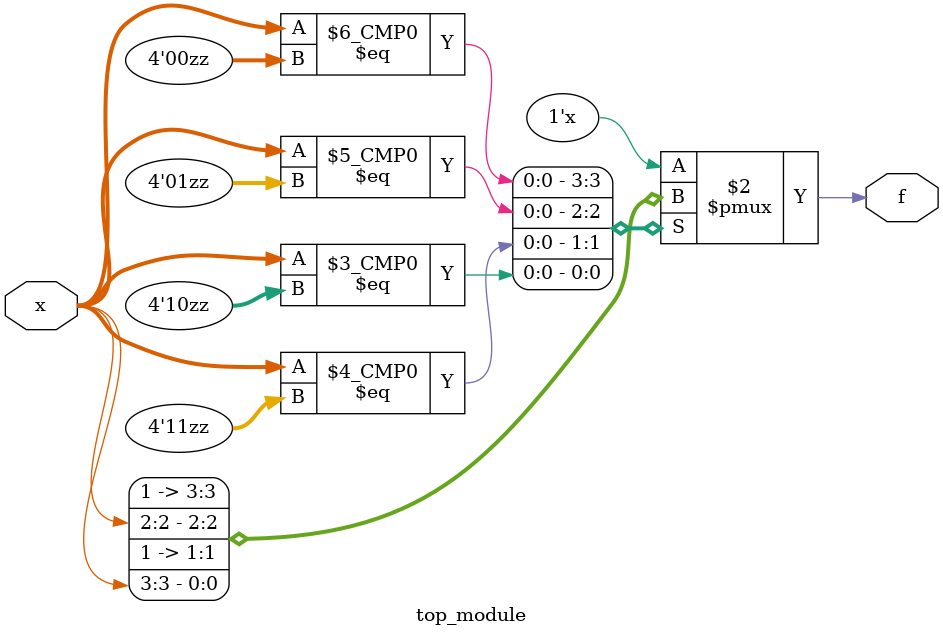
<source format=sv>
module top_module (
	input [4:1] x,
	output logic f
);
  
  always_comb begin
    case (x)
      4'b00??: f = 1;     // don't care
      4'b01??: f = x[2];  // output 0 or 1
      4'b11??: f = 1;     // output 1
      4'b10??: f = x[3];  // output 0 or 1
      default: f = 0;     // default output
    endcase
  end
  
endmodule

</source>
